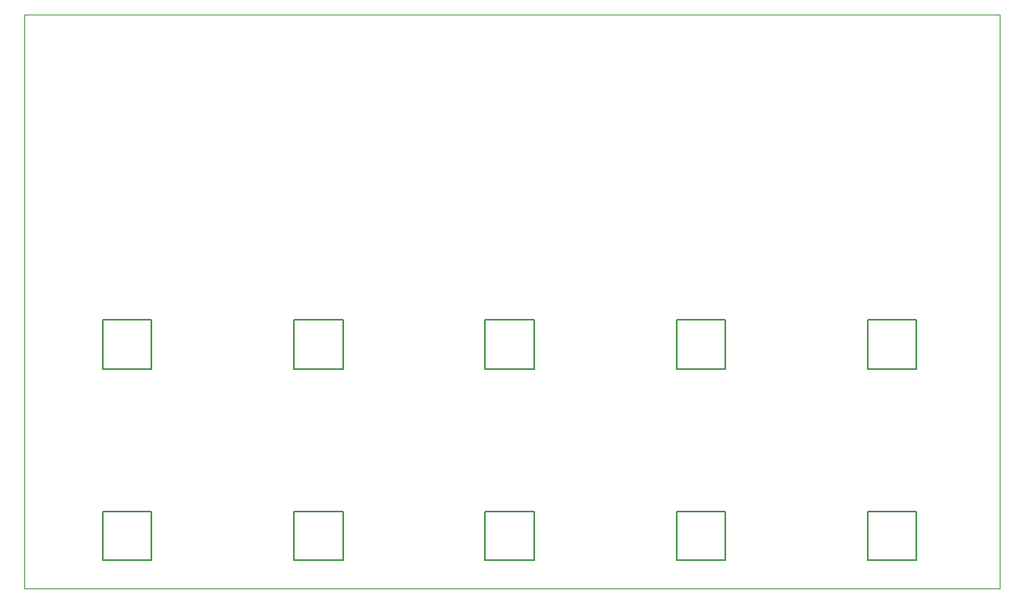
<source format=gbr>
G04 #@! TF.GenerationSoftware,KiCad,Pcbnew,(5.1.2)-2*
G04 #@! TF.CreationDate,2020-11-02T14:54:12+01:00*
G04 #@! TF.ProjectId,MacroBoard,4d616372-6f42-46f6-9172-642e6b696361,rev?*
G04 #@! TF.SameCoordinates,Original*
G04 #@! TF.FileFunction,Profile,NP*
%FSLAX46Y46*%
G04 Gerber Fmt 4.6, Leading zero omitted, Abs format (unit mm)*
G04 Created by KiCad (PCBNEW (5.1.2)-2) date 2020-11-02 14:54:12*
%MOMM*%
%LPD*%
G04 APERTURE LIST*
%ADD10C,0.150000*%
%ADD11C,0.050000*%
G04 APERTURE END LIST*
D10*
X80180000Y-133020000D02*
X85280000Y-133020000D01*
X80180000Y-127920000D02*
X80180000Y-133020000D01*
X85280000Y-127920000D02*
X80180000Y-127920000D01*
X85280000Y-133020000D02*
X85280000Y-127920000D01*
X100180000Y-133020000D02*
X105280000Y-133020000D01*
X100180000Y-127920000D02*
X100180000Y-133020000D01*
X105280000Y-127920000D02*
X100180000Y-127920000D01*
X105280000Y-133020000D02*
X105280000Y-127920000D01*
X120180000Y-133020000D02*
X125280000Y-133020000D01*
X120180000Y-127920000D02*
X120180000Y-133020000D01*
X125280000Y-127920000D02*
X120180000Y-127920000D01*
X125280000Y-133020000D02*
X125280000Y-127920000D01*
X140180000Y-133020000D02*
X145280000Y-133020000D01*
X140180000Y-127920000D02*
X140180000Y-133020000D01*
X145280000Y-127920000D02*
X140180000Y-127920000D01*
X145280000Y-133020000D02*
X145280000Y-127920000D01*
X160180000Y-133020000D02*
X165280000Y-133020000D01*
X160180000Y-127920000D02*
X160180000Y-133020000D01*
X165280000Y-127920000D02*
X160180000Y-127920000D01*
X165280000Y-133020000D02*
X165280000Y-127920000D01*
X160180000Y-113020000D02*
X165280000Y-113020000D01*
X160180000Y-107920000D02*
X160180000Y-113020000D01*
X165280000Y-107920000D02*
X160180000Y-107920000D01*
X165280000Y-113020000D02*
X165280000Y-107920000D01*
X140180000Y-113020000D02*
X145280000Y-113020000D01*
X140180000Y-107920000D02*
X140180000Y-113020000D01*
X145280000Y-107920000D02*
X140180000Y-107920000D01*
X145280000Y-113020000D02*
X145280000Y-107920000D01*
X120180000Y-113020000D02*
X125280000Y-113020000D01*
X120180000Y-107920000D02*
X120180000Y-113020000D01*
X125280000Y-107920000D02*
X120180000Y-107920000D01*
X125280000Y-113020000D02*
X125280000Y-107920000D01*
X100180000Y-113020000D02*
X105280000Y-113020000D01*
X100180000Y-107920000D02*
X100180000Y-113020000D01*
X105280000Y-107920000D02*
X100180000Y-107920000D01*
X105280000Y-113020000D02*
X105280000Y-107920000D01*
X85280000Y-107920000D02*
X80180000Y-107920000D01*
X85280000Y-113020000D02*
X85280000Y-107920000D01*
X80180000Y-113020000D02*
X85280000Y-113020000D01*
X80180000Y-107920000D02*
X80180000Y-113020000D01*
D11*
X174000000Y-76000000D02*
X174000000Y-86000000D01*
X72000000Y-86000000D02*
X72000000Y-76000000D01*
X72000000Y-86000000D02*
X72000000Y-136000000D01*
X174000000Y-76000000D02*
X72000000Y-76000000D01*
X174000000Y-136000000D02*
X174000000Y-86000000D01*
X72000000Y-136000000D02*
X174000000Y-136000000D01*
M02*

</source>
